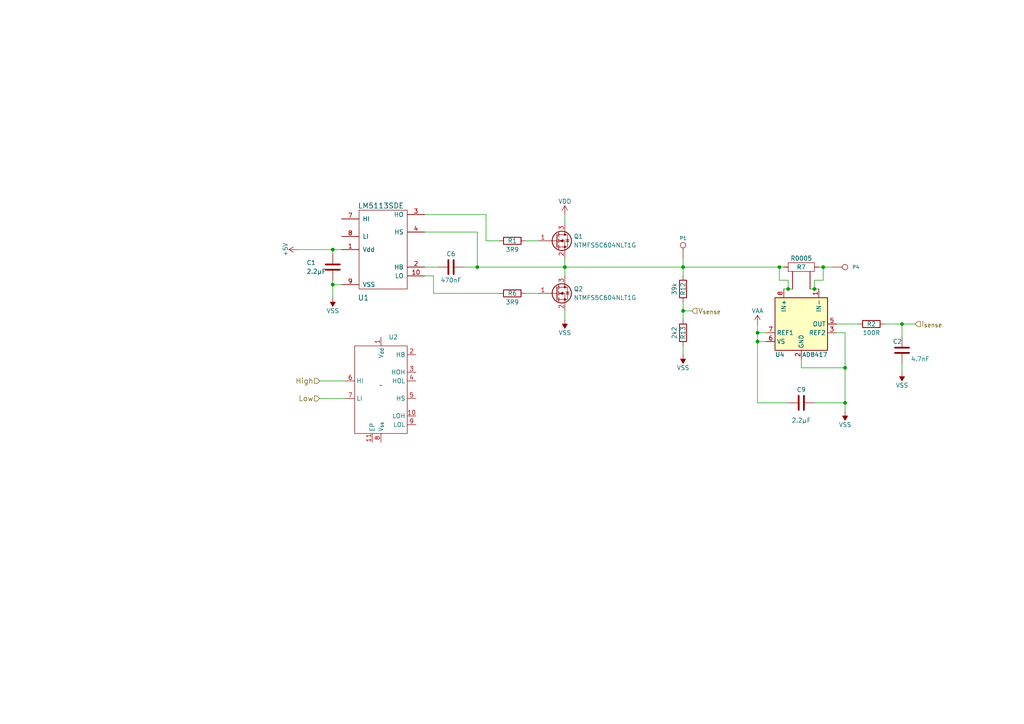
<source format=kicad_sch>
(kicad_sch (version 20230121) (generator eeschema)
  (paper "A4")
  (lib_symbols
    (symbol "Amplifier_Current:AD8417"
      (property "Reference" "U" (at -7.62 10.795 0))
      (property "Value" "AD8417" (at -7.62 8.89 0))
      (symbol "AD8417_0_1"
        (rectangle (start -7.62 7.62) (end 7.62 -7.62) (stroke (width 0.254)) (fill (type background)))
      )
      (symbol "AD8417_1_1"
        (pin input line (at 5.08 10.16 270) (length 2.54) (name "IN-") (number "1"))
        (pin power_in line (at 0 -10.16 90) (length 2.54) (name "GND") (number "2"))
        (pin input line (at 10.16 -2.54 180) (length 2.54) (name "REF2") (number "3"))
        (pin no_connect line (at 2.54 -7.62 90) (length 2.54) hide (name "NC") (number "4"))
        (pin output line (at 10.16 0 180) (length 2.54) (name "OUT") (number "5"))
        (pin power_in line (at -10.16 -5.08 0) (length 2.54) (name "VS") (number "6"))
        (pin input line (at -10.16 -2.54 0) (length 2.54) (name "REF1") (number "7"))
        (pin input line (at -5.08 10.16 270) (length 2.54) (name "IN+") (number "8"))
      )
    )
    (symbol "Device:C" (pin_numbers hide) (pin_names (offset 0.254))
      (property "Reference" "C" (at 0.635 2.54 0))
      (property "Value" "C" (at 0.635 -2.54 0))
      (symbol "C_0_1"
        (polyline (pts (xy -2.032 -0.762) (xy 2.032 -0.762)) (stroke (width 0.508)))
        (polyline (pts (xy -2.032 0.762) (xy 2.032 0.762)) (stroke (width 0.508)))
      )
      (symbol "C_1_1"
        (pin passive line (at 0 3.81 270) (length 2.794) (name "~") (number "1"))
        (pin passive line (at 0 -3.81 90) (length 2.794) (name "~") (number "2"))
      )
    )
    (symbol "Device:Q_NMOS_GSD" (pin_names (offset 0) hide)
      (property "Reference" "Q" (at 5.08 1.27 0))
      (property "Value" "Q_NMOS_GSD" (at 5.08 -1.27 0))
      (symbol "Q_NMOS_GSD_0_1"
        (polyline (pts (xy 0.254 0) (xy -2.54 0)))
        (polyline (pts (xy 0.254 1.905) (xy 0.254 -1.905)) (stroke (width 0.254)))
        (polyline (pts (xy 0.762 -1.27) (xy 0.762 -2.286)) (stroke (width 0.254)))
        (polyline (pts (xy 0.762 0.508) (xy 0.762 -0.508)) (stroke (width 0.254)))
        (polyline (pts (xy 0.762 2.286) (xy 0.762 1.27)) (stroke (width 0.254)))
        (polyline (pts (xy 2.54 2.54) (xy 2.54 1.778)))
        (polyline (pts (xy 2.54 -2.54) (xy 2.54 0) (xy 0.762 0)))
        (polyline (pts (xy 0.762 -1.778) (xy 3.302 -1.778) (xy 3.302 1.778) (xy 0.762 1.778)))
        (polyline (pts (xy 1.016 0) (xy 2.032 0.381) (xy 2.032 -0.381) (xy 1.016 0)) (fill (type outline)))
        (polyline (pts (xy 2.794 0.508) (xy 2.921 0.381) (xy 3.683 0.381) (xy 3.81 0.254)))
        (polyline (pts (xy 3.302 0.381) (xy 2.921 -0.254) (xy 3.683 -0.254) (xy 3.302 0.381)))
        (circle (center 1.651 0) (radius 2.794) (stroke (width 0.254)))
        (circle (center 2.54 -1.778) (radius 0.254) (fill (type outline)))
        (circle (center 2.54 1.778) (radius 0.254) (fill (type outline)))
      )
      (symbol "Q_NMOS_GSD_1_1"
        (pin input line (at -5.08 0 0) (length 2.54) (name "G") (number "1"))
        (pin passive line (at 2.54 -5.08 90) (length 2.54) (name "S") (number "2"))
        (pin passive line (at 2.54 5.08 270) (length 2.54) (name "D") (number "3"))
      )
    )
    (symbol "Device:R" (pin_numbers hide) (pin_names (offset 0))
      (property "Reference" "R" (at 2.032 0 90))
      (property "Value" "R" (at 0 0 90))
      (symbol "R_0_1"
        (rectangle (start -1.016 -2.54) (end 1.016 2.54) (stroke (width 0.254)))
      )
      (symbol "R_1_1"
        (pin passive line (at 0 3.81 270) (length 1.27) (name "~") (number "1"))
        (pin passive line (at 0 -3.81 90) (length 1.27) (name "~") (number "2"))
      )
    )
    (symbol "MINI VESC-rescue:CONN_1-RESCUE-MINI_VESC" (pin_numbers hide) (pin_names (offset 0.762) hide)
      (property "Reference" "P" (at 2.032 0 0))
      (symbol "CONN_1-RESCUE-MINI_VESC_0_1"
        (polyline (pts (xy -0.762 0) (xy -1.27 0)))
        (circle (center 0 0) (radius 0.7874))
      )
      (symbol "CONN_1-RESCUE-MINI_VESC_1_1"
        (pin passive line (at -3.81 0 0) (length 2.54) (name "1") (number "1"))
      )
    )
    (symbol "MINI VESC-rescue:LM5001-RESCUE-MINI_VESC" (pin_names (offset 1.016))
      (property "Reference" "U" (at 0 -10.16 0))
      (property "Value" "LM5001-RESCUE-MINI_VESC" (at 0 12.7 0))
      (symbol "LM5001-RESCUE-MINI_VESC_0_1"
        (rectangle (start -6.35 -11.43) (end 7.62 11.43))
      )
      (symbol "LM5001-RESCUE-MINI_VESC_1_1"
        (pin input line (at -11.43 0 0) (length 5.08) (name "Vdd") (number "1"))
        (pin input line (at 12.7 -7.62 180) (length 5.08) (name "LO") (number "10"))
        (pin input line (at 12.7 -5.08 180) (length 5.08) (name "HB") (number "2"))
        (pin input line (at 12.7 10.16 180) (length 5.08) (name "HO") (number "3"))
        (pin input line (at 12.7 5.08 180) (length 5.08) (name "HS") (number "4"))
        (pin input line (at -11.43 8.89 0) (length 5.08) (name "HI") (number "7"))
        (pin input line (at -11.43 3.81 0) (length 5.08) (name "LI") (number "8"))
        (pin input line (at -11.43 -10.16 0) (length 5.08) (name "VSS") (number "9"))
      )
    )
    (symbol "MINI VESC-rescue:RSENS-RESCUE-MINI_VESC" (pin_numbers hide) (pin_names (offset 0))
      (property "Reference" "R" (at 2.032 0 90))
      (property "Value" "RSENS-RESCUE-MINI_VESC" (at 0 0 90))
      (symbol "RSENS-RESCUE-MINI_VESC_0_1"
        (rectangle (start -1.27 -3.81) (end 1.27 3.81))
      )
      (symbol "RSENS-RESCUE-MINI_VESC_1_1"
        (pin passive line (at 0 5.08 270) (length 1.27) (name "~") (number "1"))
        (pin passive line (at 0 -5.08 90) (length 1.27) (name "~") (number "2"))
        (pin output line (at 6.35 2.54 180) (length 5.08) (name "~") (number "3"))
        (pin output line (at 6.35 -2.54 180) (length 5.08) (name "~") (number "4"))
      )
    )
    (symbol "Power:+5V" (power) (pin_names (offset 0))
      (property "Value" "+5V" (at 0 3.556 0))
      (symbol "+5V_0_1"
        (polyline (pts (xy -0.762 1.27) (xy 0 2.54)))
        (polyline (pts (xy 0 0) (xy 0 2.54)))
        (polyline (pts (xy 0 2.54) (xy 0.762 1.27)))
      )
      (symbol "+5V_1_1"
        (pin power_in line (at 0 0 90) (length 0) hide (name "+5V") (number "1"))
      )
    )
    (symbol "Power:VAA" (power) (pin_names (offset 0))
      (property "Value" "VAA" (at 0 3.81 0))
      (symbol "VAA_0_1"
        (polyline (pts (xy -0.762 1.27) (xy 0 2.54)))
        (polyline (pts (xy 0 0) (xy 0 2.54)))
        (polyline (pts (xy 0 2.54) (xy 0.762 1.27)))
      )
      (symbol "VAA_1_1"
        (pin power_in line (at 0 0 90) (length 0) hide (name "VAA") (number "1"))
      )
    )
    (symbol "Power:VDD" (power) (pin_names (offset 0))
      (property "Value" "VDD" (at 0 3.81 0))
      (symbol "VDD_0_1"
        (polyline (pts (xy -0.762 1.27) (xy 0 2.54)))
        (polyline (pts (xy 0 0) (xy 0 2.54)))
        (polyline (pts (xy 0 2.54) (xy 0.762 1.27)))
      )
      (symbol "VDD_1_1"
        (pin power_in line (at 0 0 90) (length 0) hide (name "VDD") (number "1"))
      )
    )
    (symbol "Power:VSS" (power) (pin_names (offset 0))
      (property "Value" "VSS" (at 0 3.81 0))
      (symbol "VSS_0_1"
        (polyline (pts (xy 0 0) (xy 0 2.54)))
        (polyline (pts (xy 0.762 1.27) (xy -0.762 1.27) (xy 0 2.54) (xy 0.762 1.27)) (fill (type outline)))
      )
      (symbol "VSS_1_1"
        (pin power_in line (at 0 0 90) (length 0) hide (name "VSS") (number "1"))
      )
    )
    (symbol "Symbols:LM5113-Q1"
      (property "Reference" "U" (at -7.62 13.97 0))
      (symbol "LM5113-Q1_1_1"
        (rectangle (start -7.62 12.7) (end 7.62 -12.7))
        (pin power_in line (at 0 15.24 270) (length 2.54) (name "V_{dd}") (number "1"))
        (pin output line (at 10.16 -7.62 180) (length 2.54) (name "LOH") (number "10"))
        (pin output line (at -2.54 -15.24 90) (length 2.54) (name "EP") (number "11"))
        (pin power_in line (at 10.16 10.16 180) (length 2.54) (name "HB") (number "2"))
        (pin output line (at 10.16 5.08 180) (length 2.54) (name "HOH") (number "3"))
        (pin output line (at 10.16 2.54 180) (length 2.54) (name "HOL") (number "4"))
        (pin power_in line (at 10.16 -2.54 180) (length 2.54) (name "HS") (number "5"))
        (pin input line (at -10.16 2.54 0) (length 2.54) (name "HI") (number "6"))
        (pin input line (at -10.16 -2.54 0) (length 2.54) (name "LI") (number "7"))
        (pin power_in line (at 0 -15.24 90) (length 2.54) (name "V_{ss}") (number "8"))
        (pin output line (at 10.16 -10.16 180) (length 2.54) (name "LOL") (number "9"))
      )
    )
  )
  (junction (at 238.76 77.47))
  (junction (at 96.52 72.39))
  (junction (at 261.62 93.98))
  (junction (at 236.22 83.82))
  (junction (at 228.6 83.82))
  (junction (at 163.83 77.47))
  (junction (at 96.52 82.55))
  (junction (at 198.12 90.17))
  (junction (at 138.43 77.47))
  (junction (at 219.71 96.52))
  (junction (at 245.11 116.84))
  (junction (at 226.06 77.47))
  (junction (at 219.71 99.06))
  (junction (at 245.11 106.68))
  (junction (at 198.12 77.47))
  (wire (pts (xy 245.11 119.38) (xy 245.11 116.84)))
  (wire (pts (xy 96.52 82.55) (xy 99.06 82.55)))
  (wire (pts (xy 228.6 81.28) (xy 226.06 81.28)))
  (wire (pts (xy 198.12 90.17) (xy 198.12 92.71)))
  (wire (pts (xy 245.11 96.52) (xy 245.11 106.68)))
  (wire (pts (xy 96.52 81.28) (xy 96.52 82.55)))
  (wire (pts (xy 219.71 96.52) (xy 222.25 96.52)))
  (wire (pts (xy 232.41 106.68) (xy 245.11 106.68)))
  (wire (pts (xy 152.4 85.09) (xy 156.21 85.09)))
  (wire (pts (xy 96.52 72.39) (xy 96.52 73.66)))
  (wire (pts (xy 219.71 116.84) (xy 228.6 116.84)))
  (wire (pts (xy 245.11 106.68) (xy 245.11 116.84)))
  (wire (pts (xy 123.19 67.31) (xy 138.43 67.31)))
  (wire (pts (xy 261.62 105.41) (xy 261.62 107.95)))
  (wire (pts (xy 228.6 83.82) (xy 228.6 81.28)))
  (wire (pts (xy 152.4 69.85) (xy 156.21 69.85)))
  (wire (pts (xy 219.71 93.98) (xy 219.71 96.52)))
  (wire (pts (xy 236.22 81.28) (xy 238.76 81.28)))
  (wire (pts (xy 140.97 69.85) (xy 144.78 69.85)))
  (wire (pts (xy 226.06 77.47) (xy 227.33 77.47)))
  (wire (pts (xy 238.76 81.28) (xy 238.76 77.47)))
  (wire (pts (xy 261.62 93.98) (xy 256.54 93.98)))
  (wire (pts (xy 92.71 115.57) (xy 100.33 115.57)))
  (wire (pts (xy 198.12 100.33) (xy 198.12 102.87)))
  (wire (pts (xy 140.97 69.85) (xy 140.97 62.23)))
  (wire (pts (xy 92.71 110.49) (xy 100.33 110.49)))
  (wire (pts (xy 245.11 96.52) (xy 242.57 96.52)))
  (wire (pts (xy 96.52 72.39) (xy 99.06 72.39)))
  (wire (pts (xy 236.22 83.82) (xy 236.22 81.28)))
  (wire (pts (xy 163.83 77.47) (xy 198.12 77.47)))
  (wire (pts (xy 86.36 72.39) (xy 96.52 72.39)))
  (wire (pts (xy 198.12 87.63) (xy 198.12 90.17)))
  (wire (pts (xy 219.71 96.52) (xy 219.71 99.06)))
  (wire (pts (xy 163.83 74.93) (xy 163.83 77.47)))
  (wire (pts (xy 163.83 90.17) (xy 163.83 92.71)))
  (wire (pts (xy 228.6 83.82) (xy 229.87 83.82)))
  (wire (pts (xy 219.71 99.06) (xy 219.71 116.84)))
  (wire (pts (xy 261.62 93.98) (xy 265.43 93.98)))
  (wire (pts (xy 138.43 77.47) (xy 163.83 77.47)))
  (wire (pts (xy 236.22 116.84) (xy 245.11 116.84)))
  (wire (pts (xy 236.22 83.82) (xy 237.49 83.82)))
  (wire (pts (xy 242.57 93.98) (xy 248.92 93.98)))
  (wire (pts (xy 125.73 85.09) (xy 144.78 85.09)))
  (wire (pts (xy 261.62 93.98) (xy 261.62 97.79)))
  (wire (pts (xy 125.73 80.01) (xy 125.73 85.09)))
  (wire (pts (xy 198.12 77.47) (xy 198.12 80.01)))
  (wire (pts (xy 123.19 77.47) (xy 127 77.47)))
  (wire (pts (xy 237.49 77.47) (xy 238.76 77.47)))
  (wire (pts (xy 138.43 67.31) (xy 138.43 77.47)))
  (wire (pts (xy 238.76 77.47) (xy 241.3 77.47)))
  (wire (pts (xy 198.12 77.47) (xy 226.06 77.47)))
  (wire (pts (xy 123.19 80.01) (xy 125.73 80.01)))
  (wire (pts (xy 227.33 83.82) (xy 228.6 83.82)))
  (wire (pts (xy 163.83 77.47) (xy 163.83 80.01)))
  (wire (pts (xy 232.41 104.14) (xy 232.41 106.68)))
  (wire (pts (xy 219.71 99.06) (xy 222.25 99.06)))
  (wire (pts (xy 198.12 90.17) (xy 200.66 90.17)))
  (wire (pts (xy 134.62 77.47) (xy 138.43 77.47)))
  (wire (pts (xy 198.12 74.93) (xy 198.12 77.47)))
  (wire (pts (xy 234.95 83.82) (xy 236.22 83.82)))
  (wire (pts (xy 96.52 82.55) (xy 96.52 86.36)))
  (wire (pts (xy 226.06 81.28) (xy 226.06 77.47)))
  (wire (pts (xy 163.83 62.23) (xy 163.83 64.77)))
  (wire (pts (xy 140.97 62.23) (xy 123.19 62.23)))
  (hierarchical_label "V_{sense}" (shape input) (at 200.66 90.17 0) (effects (font (size 1.524 1.524))))
  (hierarchical_label "Low" (shape input) (at 92.71 115.57 180) (effects (font (size 1.524 1.524))))
  (hierarchical_label "High" (shape input) (at 92.71 110.49 180) (effects (font (size 1.524 1.524))))
  (hierarchical_label "I_{sense}" (shape input) (at 265.43 93.98 0) (effects (font (size 1.524 1.524))))
  (symbol (lib_id "Device:R") (at 252.73 93.98 90) (unit 1)
    (property "Reference" "R2" (at 252.73 93.98 90))
    (property "Value" "100R" (at 252.73 96.52 90))
    (property "Footprint" "Resistor_SMD:R_0603_1608Metric" (effects hide))
    (instances (project "MINI VESC" (path "" (reference "R2") (unit 1)) (path "" (reference "R3") (unit 1)) (path "" (reference "R8") (unit 1))))
  )
  (symbol (lib_id "Device:R") (at 148.59 69.85 270) (unit 1)
    (property "Reference" "R1" (at 148.59 69.85 90))
    (property "Value" "3R9" (at 148.59 72.39 90))
    (property "Footprint" "Resistor_SMD:R_0603_1608Metric" (effects hide))
  )
  (symbol (lib_id "Power:VDD") (at 163.83 62.23 0) (unit 1)
    (property "Reference" "#PWR09" (effects hide))
    (property "Value" "VDD" (at 163.83 58.42 0))
  )
  (symbol (lib_id "Symbols:LM5113-Q1") (at 110.49 113.03 0) (unit 1)
    (property "Reference" "U2" (at 112.6841 97.79 0) (effects (justify left)))
    (property "Value" "~" (at 110.49 111.76 0))
    (instances (project "MINI VESC" (path "" (reference "U2") (unit 1)) (path "" (reference "U3") (unit 1)) (path "" (reference "U5") (unit 1))))
  )
  (symbol (lib_id "MINI VESC-rescue:LM5001-RESCUE-MINI_VESC") (at 110.49 72.39 0) (unit 1)
    (property "Reference" "U1" (at 105.41 86.36 0) (effects (font (size 1.524 1.524))))
    (property "Value" "LM5113SDE" (at 110.49 59.69 0) (effects (font (size 1.524 1.524))))
    (property "Footprint" "kicad_subory:WSON10__" (effects hide))
  )
  (symbol (lib_id "Power:VSS") (at 261.62 107.95 180) (unit 1)
    (property "Reference" "#PWR01" (effects hide))
    (property "Value" "VSS" (at 261.62 111.76 0))
    (instances (project "MINI VESC" (path "" (reference "#PWR01") (unit 1)) (path "" (reference "#PWR02") (unit 1)) (path "" (reference "#PWR03") (unit 1))))
  )
  (symbol (lib_id "Amplifier_Current:AD8417") (at 232.41 93.98 0) (unit 1)
    (property "Reference" "U4" (at 224.79 102.87 0) (effects (justify left)))
    (property "Value" "AD8417" (at 240.03 102.87 0) (effects (justify right)))
    (property "Footprint" "Package_SO:MSOP-8_3x3mm_P0.65mm" (effects hide))
    (property "Datasheet" "https://www.analog.com/media/en/technical-documentation/data-sheets/AD8417.pdf" (effects hide))
  )
  (symbol (lib_id "MINI VESC-rescue:RSENS-RESCUE-MINI_VESC") (at 232.41 77.47 270) (unit 1)
    (property "Reference" "R7" (at 232.41 77.47 90))
    (property "Value" "R0005" (at 232.41 74.93 90))
    (property "Footprint" "mojaKniznica:2512Rv2" (effects hide))
  )
  (symbol (lib_id "Power:VSS") (at 163.83 92.71 180) (unit 1)
    (property "Reference" "#PWR012" (effects hide))
    (property "Value" "VSS" (at 163.83 96.52 0))
  )
  (symbol (lib_id "Power:VSS") (at 96.52 86.36 180) (unit 1)
    (property "Reference" "#PWR08" (effects hide))
    (property "Value" "VSS" (at 96.52 90.17 0))
  )
  (symbol (lib_id "Device:R") (at 198.12 83.82 180) (unit 1)
    (property "Reference" "R12" (at 198.12 83.82 90))
    (property "Value" "39k" (at 195.58 83.82 90))
    (property "Footprint" "Resistor_SMD:R_0603_1608Metric" (effects hide))
  )
  (symbol (lib_id "Device:Q_NMOS_GSD") (at 161.29 85.09 0) (unit 1)
    (property "Reference" "Q2" (at 166.37 83.82 0) (effects (justify left)))
    (property "Value" "NTMFS5C604NLT1G" (at 166.37 86.36 0) (effects (justify left)))
    (property "Footprint" "kicad_subory:DFN5" (effects hide))
  )
  (symbol (lib_id "Device:R") (at 198.12 96.52 180) (unit 1)
    (property "Reference" "R13" (at 198.12 96.52 90))
    (property "Value" "2k2" (at 195.58 96.52 90))
    (property "Footprint" "Resistor_SMD:R_0603_1608Metric" (effects hide))
  )
  (symbol (lib_id "Device:C") (at 261.62 101.6 180) (unit 1)
    (property "Reference" "C2" (at 261.62 99.06 0) (effects (justify left)))
    (property "Value" "4.7nF" (at 264.16 104.14 0) (effects (justify right)))
    (property "Footprint" "Capacitor_SMD:C_0603_1608Metric" (effects hide))
    (instances (project "MINI VESC" (path "" (reference "C2") (unit 1)) (path "" (reference "C3") (unit 1)) (path "" (reference "C7") (unit 1))))
  )
  (symbol (lib_id "Device:C") (at 130.81 77.47 90) (unit 1)
    (property "Reference" "C6" (at 130.81 73.66 90))
    (property "Value" "470nF" (at 130.81 81.28 90))
    (property "Footprint" "Capacitor_SMD:C_0603_1608Metric" (effects hide))
  )
  (symbol (lib_id "Power:VSS") (at 198.12 102.87 180) (unit 1)
    (property "Reference" "#PWR015" (effects hide))
    (property "Value" "VSS" (at 198.12 106.68 0))
  )
  (symbol (lib_id "Power:VSS") (at 245.11 119.38 180) (unit 1)
    (property "Reference" "#PWR014" (effects hide))
    (property "Value" "VSS" (at 245.11 123.19 0))
  )
  (symbol (lib_id "Device:Q_NMOS_GSD") (at 161.29 69.85 0) (unit 1)
    (property "Reference" "Q1" (at 166.37 68.58 0) (effects (justify left)))
    (property "Value" "NTMFS5C604NLT1G" (at 166.37 71.12 0) (effects (justify left)))
    (property "Footprint" "kicad_subory:DFN5" (effects hide))
  )
  (symbol (lib_id "MINI VESC-rescue:CONN_1-RESCUE-MINI_VESC") (at 198.12 71.12 90) (unit 1)
    (property "Reference" "P1" (at 198.12 69.088 90) (effects (font (size 1.016 1.016))))
    (property "Value" "CONN_1" (effects hide))
    (property "Footprint" "kicad_subory:prekov" (effects hide))
  )
  (symbol (lib_id "Device:C") (at 96.52 77.47 0) (unit 1)
    (property "Reference" "C1" (at 88.9 76.2 0) (effects (justify left)))
    (property "Value" "2.2µF" (at 88.9 78.74 0) (effects (justify left)))
    (property "Footprint" "Capacitor_SMD:C_0603_1608Metric" (effects hide))
  )
  (symbol (lib_id "MINI VESC-rescue:CONN_1-RESCUE-MINI_VESC") (at 245.11 77.47 0) (unit 1)
    (property "Reference" "P4" (at 247.142 77.47 0) (effects (font (size 1.016 1.016)) (justify left)))
    (property "Value" "CONN_1" (effects hide))
    (property "Footprint" "kicad_subory:prekov" (effects hide))
  )
  (symbol (lib_id "Device:C") (at 232.41 116.84 270) (unit 1)
    (property "Reference" "C9" (at 232.41 113.03 90))
    (property "Value" "2.2µF" (at 232.41 121.92 90))
    (property "Footprint" "Capacitor_SMD:C_0603_1608Metric" (effects hide))
  )
  (symbol (lib_id "Power:+5V") (at 86.36 72.39 90) (unit 1)
    (property "Reference" "#PWR07" (effects hide))
    (property "Value" "+5V" (at 82.804 72.39 0))
  )
  (symbol (lib_id "Device:R") (at 148.59 85.09 90) (unit 1)
    (property "Reference" "R6" (at 148.59 85.09 90))
    (property "Value" "3R9" (at 148.59 87.63 90))
    (property "Footprint" "Resistor_SMD:R_0603_1608Metric" (effects hide))
  )
  (symbol (lib_id "Power:VAA") (at 219.71 93.98 0) (unit 1)
    (property "Reference" "#PWR013" (effects hide))
    (property "Value" "VAA" (at 219.71 90.17 0))
  )
)
</source>
